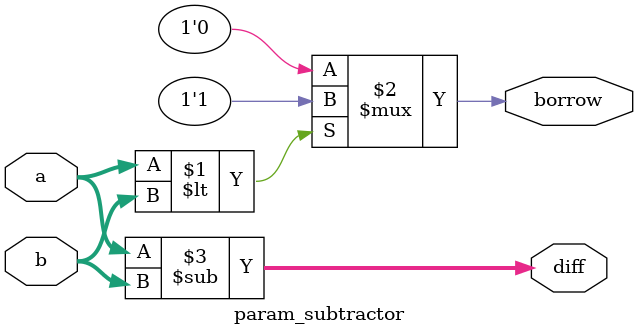
<source format=v>
module param_subtractor #(parameter WIDTH = 8)(input [WIDTH-1:0] a, input [WIDTH-1:0] b, output [WIDTH-1:0] diff, output borrow);

assign borrow = (a < b)? 1'b1 : 1'b0;

assign diff = a - b;

endmodule
</source>
